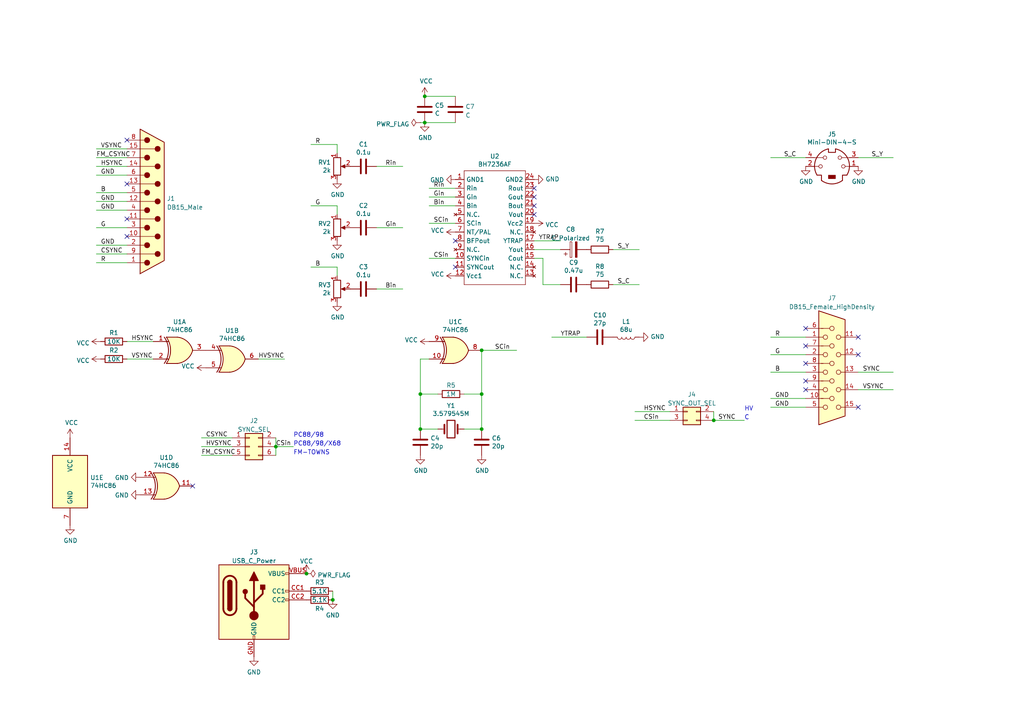
<source format=kicad_sch>
(kicad_sch (version 20211123) (generator eeschema)
  (paper "A4")
  (lib_symbols
    (symbol "74xx:74HC86" (pin_names (offset 1.016))
      (property "Reference" "U" (at 0 1.27 0))
      (property "Value" "74HC86" (at 0 -1.27 0))
      (symbol "74HC86_1_0"
        (arc (start -4.4196 -3.81) (mid -3.2033 0) (end -4.4196 3.81) (stroke (width 0.254)))
        (arc (start -3.81 -3.81) (mid -2.589 0) (end -3.81 3.81) (stroke (width 0.254)))
        (arc (start -0.6096 -3.81) (mid 2.1842 -2.5851) (end 3.81 0) (stroke (width 0.254)) (fill (type background)))
        (polyline (pts (xy -3.81 -3.81) (xy -0.635 -3.81)) (stroke (width 0.254)) (fill (type background)))
        (polyline (pts (xy -3.81 3.81) (xy -0.635 3.81)) (stroke (width 0.254)) (fill (type background)))
        (polyline (pts (xy -0.635 3.81) (xy -3.81 3.81) (xy -3.81 3.81) (xy -3.556 3.4036) (xy -3.0226 2.2606) (xy -2.6924 1.0414) (xy -2.6162 -0.254) (xy -2.7686 -1.4986) (xy -3.175 -2.7178) (xy -3.81 -3.81) (xy -3.81 -3.81) (xy -0.635 -3.81)) (stroke (width -25.4)) (fill (type background)))
        (arc (start 3.81 0) (mid 2.1915 2.5936) (end -0.6096 3.81) (stroke (width 0.254)) (fill (type background)))
        (pin input line (at -7.62 2.54 0) (length 4.445) (name "~") (number "1"))
        (pin input line (at -7.62 -2.54 0) (length 4.445) (name "~") (number "2"))
        (pin output line (at 7.62 0 180) (length 3.81) (name "~") (number "3"))
      )
      (symbol "74HC86_1_1"
        (polyline (pts (xy -3.81 -2.54) (xy -3.175 -2.54)) (stroke (width 0.1524)))
        (polyline (pts (xy -3.81 2.54) (xy -3.175 2.54)) (stroke (width 0.1524)))
      )
      (symbol "74HC86_2_0"
        (arc (start -4.4196 -3.81) (mid -3.2033 0) (end -4.4196 3.81) (stroke (width 0.254)))
        (arc (start -3.81 -3.81) (mid -2.589 0) (end -3.81 3.81) (stroke (width 0.254)))
        (arc (start -0.6096 -3.81) (mid 2.1842 -2.5851) (end 3.81 0) (stroke (width 0.254)) (fill (type background)))
        (polyline (pts (xy -3.81 -3.81) (xy -0.635 -3.81)) (stroke (width 0.254)) (fill (type background)))
        (polyline (pts (xy -3.81 3.81) (xy -0.635 3.81)) (stroke (width 0.254)) (fill (type background)))
        (polyline (pts (xy -0.635 3.81) (xy -3.81 3.81) (xy -3.81 3.81) (xy -3.556 3.4036) (xy -3.0226 2.2606) (xy -2.6924 1.0414) (xy -2.6162 -0.254) (xy -2.7686 -1.4986) (xy -3.175 -2.7178) (xy -3.81 -3.81) (xy -3.81 -3.81) (xy -0.635 -3.81)) (stroke (width -25.4)) (fill (type background)))
        (arc (start 3.81 0) (mid 2.1915 2.5936) (end -0.6096 3.81) (stroke (width 0.254)) (fill (type background)))
        (pin input line (at -7.62 2.54 0) (length 4.445) (name "~") (number "4"))
        (pin input line (at -7.62 -2.54 0) (length 4.445) (name "~") (number "5"))
        (pin output line (at 7.62 0 180) (length 3.81) (name "~") (number "6"))
      )
      (symbol "74HC86_2_1"
        (polyline (pts (xy -3.81 -2.54) (xy -3.175 -2.54)) (stroke (width 0.1524)))
        (polyline (pts (xy -3.81 2.54) (xy -3.175 2.54)) (stroke (width 0.1524)))
      )
      (symbol "74HC86_3_0"
        (arc (start -4.4196 -3.81) (mid -3.2033 0) (end -4.4196 3.81) (stroke (width 0.254)))
        (arc (start -3.81 -3.81) (mid -2.589 0) (end -3.81 3.81) (stroke (width 0.254)))
        (arc (start -0.6096 -3.81) (mid 2.1842 -2.5851) (end 3.81 0) (stroke (width 0.254)) (fill (type background)))
        (polyline (pts (xy -3.81 -3.81) (xy -0.635 -3.81)) (stroke (width 0.254)) (fill (type background)))
        (polyline (pts (xy -3.81 3.81) (xy -0.635 3.81)) (stroke (width 0.254)) (fill (type background)))
        (polyline (pts (xy -0.635 3.81) (xy -3.81 3.81) (xy -3.81 3.81) (xy -3.556 3.4036) (xy -3.0226 2.2606) (xy -2.6924 1.0414) (xy -2.6162 -0.254) (xy -2.7686 -1.4986) (xy -3.175 -2.7178) (xy -3.81 -3.81) (xy -3.81 -3.81) (xy -0.635 -3.81)) (stroke (width -25.4)) (fill (type background)))
        (arc (start 3.81 0) (mid 2.1915 2.5936) (end -0.6096 3.81) (stroke (width 0.254)) (fill (type background)))
        (pin input line (at -7.62 -2.54 0) (length 4.445) (name "~") (number "10"))
        (pin output line (at 7.62 0 180) (length 3.81) (name "~") (number "8"))
        (pin input line (at -7.62 2.54 0) (length 4.445) (name "~") (number "9"))
      )
      (symbol "74HC86_3_1"
        (polyline (pts (xy -3.81 -2.54) (xy -3.175 -2.54)) (stroke (width 0.1524)))
        (polyline (pts (xy -3.81 2.54) (xy -3.175 2.54)) (stroke (width 0.1524)))
      )
      (symbol "74HC86_4_0"
        (arc (start -4.4196 -3.81) (mid -3.2033 0) (end -4.4196 3.81) (stroke (width 0.254)))
        (arc (start -3.81 -3.81) (mid -2.589 0) (end -3.81 3.81) (stroke (width 0.254)))
        (arc (start -0.6096 -3.81) (mid 2.1842 -2.5851) (end 3.81 0) (stroke (width 0.254)) (fill (type background)))
        (polyline (pts (xy -3.81 -3.81) (xy -0.635 -3.81)) (stroke (width 0.254)) (fill (type background)))
        (polyline (pts (xy -3.81 3.81) (xy -0.635 3.81)) (stroke (width 0.254)) (fill (type background)))
        (polyline (pts (xy -0.635 3.81) (xy -3.81 3.81) (xy -3.81 3.81) (xy -3.556 3.4036) (xy -3.0226 2.2606) (xy -2.6924 1.0414) (xy -2.6162 -0.254) (xy -2.7686 -1.4986) (xy -3.175 -2.7178) (xy -3.81 -3.81) (xy -3.81 -3.81) (xy -0.635 -3.81)) (stroke (width -25.4)) (fill (type background)))
        (arc (start 3.81 0) (mid 2.1915 2.5936) (end -0.6096 3.81) (stroke (width 0.254)) (fill (type background)))
        (pin output line (at 7.62 0 180) (length 3.81) (name "~") (number "11"))
        (pin input line (at -7.62 2.54 0) (length 4.445) (name "~") (number "12"))
        (pin input line (at -7.62 -2.54 0) (length 4.445) (name "~") (number "13"))
      )
      (symbol "74HC86_4_1"
        (polyline (pts (xy -3.81 -2.54) (xy -3.175 -2.54)) (stroke (width 0.1524)))
        (polyline (pts (xy -3.81 2.54) (xy -3.175 2.54)) (stroke (width 0.1524)))
      )
      (symbol "74HC86_5_0"
        (pin power_in line (at 0 12.7 270) (length 5.08) (name "VCC") (number "14"))
        (pin power_in line (at 0 -12.7 90) (length 5.08) (name "GND") (number "7"))
      )
      (symbol "74HC86_5_1"
        (rectangle (start -5.08 7.62) (end 5.08 -7.62) (stroke (width 0.254)) (fill (type background)))
      )
    )
    (symbol "Connector:DB15_Female_HighDensity" (pin_names (offset 1.016) hide)
      (property "Reference" "J" (at 0 21.59 0))
      (property "Value" "DB15_Female_HighDensity" (at 0 19.05 0))
      (symbol "DB15_Female_HighDensity_0_1"
        (circle (center -1.905 -10.16) (radius 0.635))
        (circle (center -1.905 -5.08) (radius 0.635))
        (circle (center -1.905 0) (radius 0.635))
        (circle (center -1.905 5.08) (radius 0.635))
        (circle (center -1.905 10.16) (radius 0.635))
        (circle (center 0 -7.62) (radius 0.635))
        (circle (center 0 -2.54) (radius 0.635))
        (polyline (pts (xy -3.175 7.62) (xy -0.635 7.62)))
        (polyline (pts (xy -0.635 -7.62) (xy -3.175 -7.62)))
        (polyline (pts (xy -0.635 -2.54) (xy -3.175 -2.54)))
        (polyline (pts (xy -0.635 2.54) (xy -3.175 2.54)))
        (polyline (pts (xy -0.635 12.7) (xy -3.175 12.7)))
        (polyline (pts (xy -3.81 17.78) (xy -3.81 -15.24) (xy 3.81 -12.7) (xy 3.81 15.24) (xy -3.81 17.78)) (stroke (width 0.254)) (fill (type background)))
        (circle (center 0 2.54) (radius 0.635))
        (circle (center 0 7.62) (radius 0.635))
        (circle (center 0 12.7) (radius 0.635))
        (circle (center 1.905 -10.16) (radius 0.635))
        (circle (center 1.905 -5.08) (radius 0.635))
        (circle (center 1.905 0) (radius 0.635))
        (circle (center 1.905 5.08) (radius 0.635))
        (circle (center 1.905 10.16) (radius 0.635))
      )
      (symbol "DB15_Female_HighDensity_1_1"
        (pin passive line (at -7.62 10.16 0) (length 5.08) (name "~") (number "1"))
        (pin passive line (at -7.62 -7.62 0) (length 5.08) (name "~") (number "10"))
        (pin passive line (at 7.62 10.16 180) (length 5.08) (name "~") (number "11"))
        (pin passive line (at 7.62 5.08 180) (length 5.08) (name "~") (number "12"))
        (pin passive line (at 7.62 0 180) (length 5.08) (name "~") (number "13"))
        (pin passive line (at 7.62 -5.08 180) (length 5.08) (name "~") (number "14"))
        (pin passive line (at 7.62 -10.16 180) (length 5.08) (name "~") (number "15"))
        (pin passive line (at -7.62 5.08 0) (length 5.08) (name "~") (number "2"))
        (pin passive line (at -7.62 0 0) (length 5.08) (name "~") (number "3"))
        (pin passive line (at -7.62 -5.08 0) (length 5.08) (name "~") (number "4"))
        (pin passive line (at -7.62 -10.16 0) (length 5.08) (name "~") (number "5"))
        (pin passive line (at -7.62 12.7 0) (length 5.08) (name "~") (number "6"))
        (pin passive line (at -7.62 7.62 0) (length 5.08) (name "~") (number "7"))
        (pin passive line (at -7.62 2.54 0) (length 5.08) (name "~") (number "8"))
        (pin passive line (at -7.62 -2.54 0) (length 5.08) (name "~") (number "9"))
      )
    )
    (symbol "Connector:DB15_Male" (pin_names (offset 1.016) hide)
      (property "Reference" "J" (at 0.508 21.59 0))
      (property "Value" "DB15_Male" (at 0 -22.225 0))
      (symbol "DB15_Male_0_1"
        (circle (center -1.778 -17.78) (radius 0.762) (fill (type outline)))
        (circle (center -1.778 -12.7) (radius 0.762) (fill (type outline)))
        (circle (center -1.778 -7.62) (radius 0.762) (fill (type outline)))
        (circle (center -1.778 -2.54) (radius 0.762) (fill (type outline)))
        (circle (center -1.778 2.54) (radius 0.762) (fill (type outline)))
        (circle (center -1.778 7.62) (radius 0.762) (fill (type outline)))
        (circle (center -1.778 12.7) (radius 0.762) (fill (type outline)))
        (circle (center -1.778 17.78) (radius 0.762) (fill (type outline)))
        (polyline (pts (xy -3.81 -17.78) (xy -2.54 -17.78)))
        (polyline (pts (xy -3.81 -15.24) (xy 0.508 -15.24)))
        (polyline (pts (xy -3.81 -12.7) (xy -2.54 -12.7)))
        (polyline (pts (xy -3.81 -10.16) (xy 0.508 -10.16)))
        (polyline (pts (xy -3.81 -7.62) (xy -2.54 -7.62)))
        (polyline (pts (xy -3.81 -5.08) (xy 0.508 -5.08)))
        (polyline (pts (xy -3.81 -2.54) (xy -2.54 -2.54)))
        (polyline (pts (xy -3.81 0) (xy 0.508 0)))
        (polyline (pts (xy -3.81 2.54) (xy -2.54 2.54)))
        (polyline (pts (xy -3.81 5.08) (xy 0.508 5.08)))
        (polyline (pts (xy -3.81 7.62) (xy -2.54 7.62)))
        (polyline (pts (xy -3.81 10.16) (xy 0.508 10.16)))
        (polyline (pts (xy -3.81 12.7) (xy -2.54 12.7)))
        (polyline (pts (xy -3.81 15.24) (xy 0.508 15.24)))
        (polyline (pts (xy -3.81 17.78) (xy -2.54 17.78)))
        (polyline (pts (xy -3.81 -20.955) (xy 3.175 -17.145) (xy 3.175 17.145) (xy -3.81 20.955) (xy -3.81 -20.955)) (stroke (width 0.254)) (fill (type background)))
        (circle (center 1.27 -15.24) (radius 0.762) (fill (type outline)))
        (circle (center 1.27 -10.16) (radius 0.762) (fill (type outline)))
        (circle (center 1.27 -5.08) (radius 0.762) (fill (type outline)))
        (circle (center 1.27 0) (radius 0.762) (fill (type outline)))
        (circle (center 1.27 5.08) (radius 0.762) (fill (type outline)))
        (circle (center 1.27 10.16) (radius 0.762) (fill (type outline)))
        (circle (center 1.27 15.24) (radius 0.762) (fill (type outline)))
      )
      (symbol "DB15_Male_1_1"
        (pin passive line (at -7.62 -17.78 0) (length 3.81) (name "1") (number "1"))
        (pin passive line (at -7.62 -10.16 0) (length 3.81) (name "P10") (number "10"))
        (pin passive line (at -7.62 -5.08 0) (length 3.81) (name "P111") (number "11"))
        (pin passive line (at -7.62 0 0) (length 3.81) (name "P12") (number "12"))
        (pin passive line (at -7.62 5.08 0) (length 3.81) (name "P13") (number "13"))
        (pin passive line (at -7.62 10.16 0) (length 3.81) (name "P14") (number "14"))
        (pin passive line (at -7.62 15.24 0) (length 3.81) (name "P15") (number "15"))
        (pin passive line (at -7.62 -12.7 0) (length 3.81) (name "2") (number "2"))
        (pin passive line (at -7.62 -7.62 0) (length 3.81) (name "3") (number "3"))
        (pin passive line (at -7.62 -2.54 0) (length 3.81) (name "4") (number "4"))
        (pin passive line (at -7.62 2.54 0) (length 3.81) (name "5") (number "5"))
        (pin passive line (at -7.62 7.62 0) (length 3.81) (name "6") (number "6"))
        (pin passive line (at -7.62 12.7 0) (length 3.81) (name "7") (number "7"))
        (pin passive line (at -7.62 17.78 0) (length 3.81) (name "8") (number "8"))
        (pin passive line (at -7.62 -15.24 0) (length 3.81) (name "P9") (number "9"))
      )
    )
    (symbol "Connector:Mini-DIN-4" (pin_names (offset 1.016))
      (property "Reference" "J" (at 0 6.35 0))
      (property "Value" "Mini-DIN-4" (at 0 -6.35 0))
      (symbol "Mini-DIN-4_0_1"
        (circle (center -3.302 0) (radius 0.508))
        (arc (start -3.048 -4.064) (mid 0 -5.08) (end 3.048 -4.064) (stroke (width 0.254)))
        (circle (center -2.032 2.54) (radius 0.508))
        (rectangle (start -1.016 -2.54) (end 1.016 -3.556) (fill (type outline)))
        (arc (start -1.016 5.08) (mid -4.6228 2.1214) (end -4.318 -2.54) (stroke (width 0.254)))
        (polyline (pts (xy -3.81 0) (xy -5.08 0)))
        (polyline (pts (xy -2.54 2.54) (xy -5.08 2.54)))
        (polyline (pts (xy 2.794 2.54) (xy 5.08 2.54)))
        (polyline (pts (xy 5.08 0) (xy 3.81 0)))
        (polyline (pts (xy -4.318 -2.54) (xy -3.048 -2.54) (xy -3.048 -4.064)) (stroke (width 0.254)))
        (polyline (pts (xy 4.318 -2.54) (xy 3.048 -2.54) (xy 3.048 -4.064)) (stroke (width 0.254)))
        (polyline (pts (xy -1.016 5.08) (xy -1.016 4.064) (xy 1.016 4.064) (xy 1.016 5.08)) (stroke (width 0.254)))
        (circle (center 2.286 2.54) (radius 0.508))
        (circle (center 3.302 0) (radius 0.508))
        (arc (start 4.318 -2.54) (mid 4.6661 2.1322) (end 1.016 5.08) (stroke (width 0.254)))
      )
      (symbol "Mini-DIN-4_1_1"
        (pin passive line (at 7.62 0 180) (length 2.54) (name "~") (number "1"))
        (pin passive line (at -7.62 0 0) (length 2.54) (name "~") (number "2"))
        (pin passive line (at 7.62 2.54 180) (length 2.54) (name "~") (number "3"))
        (pin passive line (at -7.62 2.54 0) (length 2.54) (name "~") (number "4"))
      )
    )
    (symbol "Connector_Generic:Conn_02x02_Odd_Even" (pin_names (offset 1.016) hide)
      (property "Reference" "J" (at 1.27 2.54 0))
      (property "Value" "Conn_02x02_Odd_Even" (at 1.27 -5.08 0))
      (symbol "Conn_02x02_Odd_Even_1_1"
        (rectangle (start -1.27 -2.413) (end 0 -2.667) (stroke (width 0.1524)))
        (rectangle (start -1.27 0.127) (end 0 -0.127) (stroke (width 0.1524)))
        (rectangle (start -1.27 1.27) (end 3.81 -3.81) (stroke (width 0.254)) (fill (type background)))
        (rectangle (start 3.81 -2.413) (end 2.54 -2.667) (stroke (width 0.1524)))
        (rectangle (start 3.81 0.127) (end 2.54 -0.127) (stroke (width 0.1524)))
        (pin passive line (at -5.08 0 0) (length 3.81) (name "Pin_1") (number "1"))
        (pin passive line (at 7.62 0 180) (length 3.81) (name "Pin_2") (number "2"))
        (pin passive line (at -5.08 -2.54 0) (length 3.81) (name "Pin_3") (number "3"))
        (pin passive line (at 7.62 -2.54 180) (length 3.81) (name "Pin_4") (number "4"))
      )
    )
    (symbol "Connector_Generic:Conn_02x03_Odd_Even" (pin_names (offset 1.016) hide)
      (property "Reference" "J" (at 1.27 5.08 0))
      (property "Value" "Conn_02x03_Odd_Even" (at 1.27 -5.08 0))
      (symbol "Conn_02x03_Odd_Even_1_1"
        (rectangle (start -1.27 -2.413) (end 0 -2.667) (stroke (width 0.1524)))
        (rectangle (start -1.27 0.127) (end 0 -0.127) (stroke (width 0.1524)))
        (rectangle (start -1.27 2.667) (end 0 2.413) (stroke (width 0.1524)))
        (rectangle (start -1.27 3.81) (end 3.81 -3.81) (stroke (width 0.254)) (fill (type background)))
        (rectangle (start 3.81 -2.413) (end 2.54 -2.667) (stroke (width 0.1524)))
        (rectangle (start 3.81 0.127) (end 2.54 -0.127) (stroke (width 0.1524)))
        (rectangle (start 3.81 2.667) (end 2.54 2.413) (stroke (width 0.1524)))
        (pin passive line (at -5.08 2.54 0) (length 3.81) (name "Pin_1") (number "1"))
        (pin passive line (at 7.62 2.54 180) (length 3.81) (name "Pin_2") (number "2"))
        (pin passive line (at -5.08 0 0) (length 3.81) (name "Pin_3") (number "3"))
        (pin passive line (at 7.62 0 180) (length 3.81) (name "Pin_4") (number "4"))
        (pin passive line (at -5.08 -2.54 0) (length 3.81) (name "Pin_5") (number "5"))
        (pin passive line (at 7.62 -2.54 180) (length 3.81) (name "Pin_6") (number "6"))
      )
    )
    (symbol "Device:C" (pin_numbers hide) (pin_names (offset 0.254))
      (property "Reference" "C" (at 0.635 2.54 0))
      (property "Value" "C" (at 0.635 -2.54 0))
      (symbol "C_0_1"
        (polyline (pts (xy -2.032 -0.762) (xy 2.032 -0.762)) (stroke (width 0.508)))
        (polyline (pts (xy -2.032 0.762) (xy 2.032 0.762)) (stroke (width 0.508)))
      )
      (symbol "C_1_1"
        (pin passive line (at 0 3.81 270) (length 2.794) (name "~") (number "1"))
        (pin passive line (at 0 -3.81 90) (length 2.794) (name "~") (number "2"))
      )
    )
    (symbol "Device:C_Polarized" (pin_numbers hide) (pin_names (offset 0.254))
      (property "Reference" "C" (at 0.635 2.54 0))
      (property "Value" "C_Polarized" (at 0.635 -2.54 0))
      (symbol "C_Polarized_0_1"
        (rectangle (start -2.286 0.508) (end 2.286 1.016))
        (polyline (pts (xy -1.778 2.286) (xy -0.762 2.286)))
        (polyline (pts (xy -1.27 2.794) (xy -1.27 1.778)))
        (rectangle (start 2.286 -0.508) (end -2.286 -1.016) (fill (type outline)))
      )
      (symbol "C_Polarized_1_1"
        (pin passive line (at 0 3.81 270) (length 2.794) (name "~") (number "1"))
        (pin passive line (at 0 -3.81 90) (length 2.794) (name "~") (number "2"))
      )
    )
    (symbol "Device:Crystal" (pin_numbers hide) (pin_names (offset 1.016) hide)
      (property "Reference" "Y" (at 0 3.81 0))
      (property "Value" "Crystal" (at 0 -3.81 0))
      (symbol "Crystal_0_1"
        (rectangle (start -1.143 2.54) (end 1.143 -2.54) (stroke (width 0.3048)))
        (polyline (pts (xy -2.54 0) (xy -1.905 0)))
        (polyline (pts (xy -1.905 -1.27) (xy -1.905 1.27)) (stroke (width 0.508)))
        (polyline (pts (xy 1.905 -1.27) (xy 1.905 1.27)) (stroke (width 0.508)))
        (polyline (pts (xy 2.54 0) (xy 1.905 0)))
      )
      (symbol "Crystal_1_1"
        (pin passive line (at -3.81 0 0) (length 1.27) (name "1") (number "1"))
        (pin passive line (at 3.81 0 180) (length 1.27) (name "2") (number "2"))
      )
    )
    (symbol "Device:L" (pin_numbers hide) (pin_names (offset 1.016) hide)
      (property "Reference" "L" (at -1.27 0 90))
      (property "Value" "L" (at 1.905 0 90))
      (symbol "L_0_1"
        (arc (start 0 -2.54) (mid 0.635 -1.905) (end 0 -1.27))
        (arc (start 0 -1.27) (mid 0.635 -0.635) (end 0 0))
        (arc (start 0 0) (mid 0.635 0.635) (end 0 1.27))
        (arc (start 0 1.27) (mid 0.635 1.905) (end 0 2.54))
      )
      (symbol "L_1_1"
        (pin passive line (at 0 3.81 270) (length 1.27) (name "1") (number "1"))
        (pin passive line (at 0 -3.81 90) (length 1.27) (name "2") (number "2"))
      )
    )
    (symbol "Device:R" (pin_numbers hide) (pin_names (offset 0))
      (property "Reference" "R" (at 2.032 0 90))
      (property "Value" "R" (at 0 0 90))
      (symbol "R_0_1"
        (rectangle (start -1.016 -2.54) (end 1.016 2.54) (stroke (width 0.254)))
      )
      (symbol "R_1_1"
        (pin passive line (at 0 3.81 270) (length 1.27) (name "~") (number "1"))
        (pin passive line (at 0 -3.81 90) (length 1.27) (name "~") (number "2"))
      )
    )
    (symbol "Device:R_Potentiometer" (pin_names (offset 1.016) hide)
      (property "Reference" "RV" (at -4.445 0 90))
      (property "Value" "R_Potentiometer" (at -2.54 0 90))
      (symbol "R_Potentiometer_0_1"
        (polyline (pts (xy 2.54 0) (xy 1.524 0)))
        (polyline (pts (xy 1.143 0) (xy 2.286 0.508) (xy 2.286 -0.508) (xy 1.143 0)) (fill (type outline)))
        (rectangle (start 1.016 2.54) (end -1.016 -2.54) (stroke (width 0.254)))
      )
      (symbol "R_Potentiometer_1_1"
        (pin passive line (at 0 3.81 270) (length 1.27) (name "1") (number "1"))
        (pin passive line (at 3.81 0 180) (length 1.27) (name "2") (number "2"))
        (pin passive line (at 0 -3.81 90) (length 1.27) (name "3") (number "3"))
      )
    )
    (symbol "power:GND" (power) (pin_names (offset 0))
      (property "Value" "GND" (at 0 -3.81 0))
      (symbol "GND_0_1"
        (polyline (pts (xy 0 0) (xy 0 -1.27) (xy 1.27 -1.27) (xy 0 -2.54) (xy -1.27 -1.27) (xy 0 -1.27)))
      )
      (symbol "GND_1_1"
        (pin power_in line (at 0 0 270) (length 0) hide (name "GND") (number "1"))
      )
    )
    (symbol "power:PWR_FLAG" (power) (pin_numbers hide) (pin_names (offset 0) hide)
      (property "Value" "PWR_FLAG" (at 0 3.81 0))
      (symbol "PWR_FLAG_0_0"
        (pin power_out line (at 0 0 90) (length 0) (name "pwr") (number "1"))
      )
      (symbol "PWR_FLAG_0_1"
        (polyline (pts (xy 0 0) (xy 0 1.27) (xy -1.016 1.905) (xy 0 2.54) (xy 1.016 1.905) (xy 0 1.27)))
      )
    )
    (symbol "power:VCC" (power) (pin_names (offset 0))
      (property "Value" "VCC" (at 0 3.81 0))
      (symbol "VCC_0_1"
        (polyline (pts (xy -0.762 1.27) (xy 0 2.54)))
        (polyline (pts (xy 0 0) (xy 0 2.54)))
        (polyline (pts (xy 0 2.54) (xy 0.762 1.27)))
      )
      (symbol "VCC_1_1"
        (pin power_in line (at 0 0 90) (length 0) hide (name "VCC") (number "1"))
      )
    )
    (symbol "toyoshim:BH7236AF" (pin_names (offset 0.6096))
      (property "Reference" "U" (at 0 -19.05 0))
      (property "Value" "BH7236AF" (at 0 -21.59 0))
      (symbol "BH7236AF_0_1"
        (rectangle (start -8.89 -17.78) (end 8.89 -17.78))
        (rectangle (start -8.89 15.24) (end -8.89 -17.78))
        (rectangle (start -8.89 15.24) (end 8.89 15.24))
        (rectangle (start 8.89 15.24) (end 8.89 -17.78))
      )
      (symbol "BH7236AF_1_1"
        (pin power_in line (at -11.43 12.7 0) (length 2.54) (name "GND1") (number "1"))
        (pin input line (at -11.43 -10.16 0) (length 2.54) (name "SYNCin") (number "10"))
        (pin input line (at -11.43 -12.7 0) (length 2.54) (name "SYNCout") (number "11"))
        (pin power_in line (at -11.43 -15.24 0) (length 2.54) (name "Vcc1") (number "12"))
        (pin no_connect line (at 11.43 -15.24 180) (length 2.54) (name "N.C.") (number "13"))
        (pin no_connect line (at 11.43 -12.7 180) (length 2.54) (name "N.C.") (number "14"))
        (pin output line (at 11.43 -10.16 180) (length 2.54) (name "Cout") (number "15"))
        (pin output line (at 11.43 -7.62 180) (length 2.54) (name "Yout") (number "16"))
        (pin passive line (at 11.43 -5.08 180) (length 2.54) (name "YTRAP") (number "17"))
        (pin no_connect line (at 11.43 -2.54 180) (length 2.54) (name "N.C.") (number "18"))
        (pin power_in line (at 11.43 0 180) (length 2.54) (name "Vcc2") (number "19"))
        (pin input line (at -11.43 10.16 0) (length 2.54) (name "Rin") (number "2"))
        (pin output line (at 11.43 2.54 180) (length 2.54) (name "Vout") (number "20"))
        (pin output line (at 11.43 5.08 180) (length 2.54) (name "Bout") (number "21"))
        (pin output line (at 11.43 7.62 180) (length 2.54) (name "Gout") (number "22"))
        (pin output line (at 11.43 10.16 180) (length 2.54) (name "Rout") (number "23"))
        (pin power_in line (at 11.43 12.7 180) (length 2.54) (name "GND2") (number "24"))
        (pin input line (at -11.43 7.62 0) (length 2.54) (name "Gin") (number "3"))
        (pin input line (at -11.43 5.08 0) (length 2.54) (name "Bin") (number "4"))
        (pin no_connect line (at -11.43 2.54 0) (length 2.54) (name "N.C.") (number "5"))
        (pin input line (at -11.43 0 0) (length 2.54) (name "SCin") (number "6"))
        (pin input line (at -11.43 -2.54 0) (length 2.54) (name "NT/PAL") (number "7"))
        (pin output line (at -11.43 -5.08 0) (length 2.54) (name "BFPout") (number "8"))
        (pin no_connect line (at -11.43 -7.62 0) (length 2.54) (name "N.C.") (number "9"))
      )
    )
    (symbol "toyoshim:USB_C_Power_USB4125-GF-A" (pin_names (offset 1.016))
      (property "Reference" "J" (at -1.27 21.59 0))
      (property "Value" "USB_C_Power_USB4125-GF-A" (at 13.97 19.05 0))
      (symbol "USB_C_Power_USB4125-GF-A_0_0"
        (rectangle (start -0.254 -3.81) (end 0.254 -2.794))
        (rectangle (start 10.16 7.874) (end 9.144 7.366))
        (rectangle (start 10.16 10.414) (end 9.144 9.906))
        (rectangle (start 10.16 15.494) (end 9.144 14.986))
      )
      (symbol "USB_C_Power_USB4125-GF-A_0_1"
        (rectangle (start -10.16 17.78) (end 10.16 -3.81) (stroke (width 0.254)) (fill (type background)))
        (arc (start -8.89 5.08) (mid -6.985 3.175) (end -5.08 5.08) (stroke (width 0.508)))
        (arc (start -7.62 5.08) (mid -6.985 4.445) (end -6.35 5.08) (stroke (width 0.254)))
        (arc (start -7.62 5.08) (mid -6.985 4.445) (end -6.35 5.08) (stroke (width 0.254)) (fill (type outline)))
        (rectangle (start -7.62 5.08) (end -6.35 12.7) (stroke (width 0.254)) (fill (type outline)))
        (arc (start -6.35 12.7) (mid -6.985 13.335) (end -7.62 12.7) (stroke (width 0.254)))
        (arc (start -6.35 12.7) (mid -6.985 13.335) (end -7.62 12.7) (stroke (width 0.254)) (fill (type outline)))
        (arc (start -5.08 12.7) (mid -6.985 14.605) (end -8.89 12.7) (stroke (width 0.508)))
        (circle (center -2.54 10.033) (radius 0.635) (stroke (width 0.254)) (fill (type outline)))
        (polyline (pts (xy -8.89 5.08) (xy -8.89 12.7)) (stroke (width 0.508)))
        (polyline (pts (xy -5.08 12.7) (xy -5.08 5.08)) (stroke (width 0.508)))
        (polyline (pts (xy 0 3.048) (xy 0 13.208)) (stroke (width 0.508)))
        (polyline (pts (xy 0 5.588) (xy -2.54 8.128) (xy -2.54 9.398)) (stroke (width 0.508)))
        (polyline (pts (xy 0 6.858) (xy 2.54 9.398) (xy 2.54 10.668)) (stroke (width 0.508)))
        (polyline (pts (xy -1.27 13.208) (xy 0 15.748) (xy 1.27 13.208) (xy -1.27 13.208)) (stroke (width 0.254)) (fill (type outline)))
        (circle (center 0 3.048) (radius 1.27) (fill (type outline)))
        (rectangle (start 1.905 10.668) (end 3.175 11.938) (stroke (width 0.254)) (fill (type outline)))
      )
      (symbol "USB_C_Power_USB4125-GF-A_1_1"
        (pin bidirectional line (at 15.24 10.16 180) (length 5.08) (name "CC1") (number "CC1"))
        (pin bidirectional line (at 15.24 7.62 180) (length 5.08) (name "CC2") (number "CC2"))
        (pin passive line (at 0 -8.89 90) (length 5.08) (name "GND") (number "GND"))
        (pin passive line (at 0 -8.89 90) (length 5.08) hide (name "GND") (number "GND"))
        (pin passive line (at 15.24 15.24 180) (length 5.08) (name "VBUS") (number "VBUS"))
        (pin passive line (at 15.24 15.24 180) (length 5.08) hide (name "VBUS") (number "VBUS"))
      )
    )
  )
  (junction (at 139.7 114.3))
  (junction (at 207.01 121.92))
  (junction (at 121.92 124.46))
  (junction (at 96.52 173.99))
  (junction (at 80.01 129.54))
  (junction (at 123.19 27.94))
  (junction (at 139.7 101.6))
  (junction (at 121.92 114.3))
  (junction (at 123.19 35.56))
  (junction (at 88.9 166.37))
  (junction (at 139.7 124.46))
  (no_connect (at 132.08 77.47))
  (no_connect (at 55.88 140.97))
  (no_connect (at 132.08 69.85))
  (no_connect (at 154.94 54.61))
  (no_connect (at 154.94 57.15))
  (no_connect (at 233.68 113.03))
  (no_connect (at 154.94 59.69))
  (no_connect (at 154.94 62.23))
  (no_connect (at 248.92 97.79))
  (no_connect (at 248.92 102.87))
  (no_connect (at 248.92 118.11))
  (no_connect (at 233.68 95.25))
  (no_connect (at 233.68 100.33))
  (no_connect (at 233.68 105.41))
  (no_connect (at 233.68 110.49))
  (no_connect (at 36.83 40.64))
  (no_connect (at 36.83 53.34))
  (no_connect (at 36.83 63.5))
  (no_connect (at 36.83 68.58))
  (wire (pts (xy 139.7 101.6) (xy 149.86 101.6)))
  (wire (pts (xy 58.42 129.54) (xy 67.31 129.54)))
  (wire (pts (xy 157.48 74.93) (xy 157.48 82.55)))
  (wire (pts (xy 248.92 45.72) (xy 259.08 45.72)))
  (wire (pts (xy 248.92 107.95) (xy 259.08 107.95)))
  (wire (pts (xy 207.01 121.92) (xy 215.9 121.92)))
  (wire (pts (xy 132.08 64.77) (xy 124.46 64.77)))
  (wire (pts (xy 223.52 107.95) (xy 233.68 107.95)))
  (wire (pts (xy 27.94 43.18) (xy 36.83 43.18)))
  (wire (pts (xy 223.52 118.11) (xy 233.68 118.11)))
  (wire (pts (xy 121.92 124.46) (xy 127 124.46)))
  (wire (pts (xy 139.7 101.6) (xy 139.7 114.3)))
  (wire (pts (xy 80.01 127) (xy 80.01 129.54)))
  (wire (pts (xy 27.94 58.42) (xy 36.83 58.42)))
  (wire (pts (xy 27.94 50.8) (xy 36.83 50.8)))
  (wire (pts (xy 154.94 74.93) (xy 157.48 74.93)))
  (wire (pts (xy 97.79 41.91) (xy 97.79 44.45)))
  (wire (pts (xy 134.62 114.3) (xy 139.7 114.3)))
  (wire (pts (xy 58.42 127) (xy 67.31 127)))
  (wire (pts (xy 121.92 114.3) (xy 121.92 124.46)))
  (wire (pts (xy 27.94 66.04) (xy 36.83 66.04)))
  (wire (pts (xy 132.08 57.15) (xy 124.46 57.15)))
  (wire (pts (xy 132.08 59.69) (xy 124.46 59.69)))
  (wire (pts (xy 97.79 77.47) (xy 90.17 77.47)))
  (wire (pts (xy 124.46 104.14) (xy 121.92 104.14)))
  (wire (pts (xy 121.92 104.14) (xy 121.92 114.3)))
  (wire (pts (xy 96.52 171.45) (xy 96.52 173.99)))
  (wire (pts (xy 27.94 76.2) (xy 36.83 76.2)))
  (wire (pts (xy 223.52 115.57) (xy 233.68 115.57)))
  (wire (pts (xy 27.94 73.66) (xy 36.83 73.66)))
  (wire (pts (xy 207.01 119.38) (xy 207.01 121.92)))
  (wire (pts (xy 223.52 97.79) (xy 233.68 97.79)))
  (wire (pts (xy 27.94 48.26) (xy 36.83 48.26)))
  (wire (pts (xy 154.94 72.39) (xy 162.56 72.39)))
  (wire (pts (xy 58.42 132.08) (xy 67.31 132.08)))
  (wire (pts (xy 44.45 99.06) (xy 36.83 99.06)))
  (wire (pts (xy 80.01 129.54) (xy 80.01 132.08)))
  (wire (pts (xy 27.94 71.12) (xy 36.83 71.12)))
  (wire (pts (xy 132.08 54.61) (xy 124.46 54.61)))
  (wire (pts (xy 184.15 121.92) (xy 194.31 121.92)))
  (wire (pts (xy 27.94 45.72) (xy 36.83 45.72)))
  (wire (pts (xy 139.7 114.3) (xy 139.7 124.46)))
  (wire (pts (xy 132.08 74.93) (xy 124.46 74.93)))
  (wire (pts (xy 80.01 129.54) (xy 85.09 129.54)))
  (wire (pts (xy 74.93 104.14) (xy 82.55 104.14)))
  (wire (pts (xy 109.22 66.04) (xy 116.84 66.04)))
  (wire (pts (xy 248.92 113.03) (xy 259.08 113.03)))
  (wire (pts (xy 121.92 35.56) (xy 123.19 35.56)))
  (wire (pts (xy 184.15 119.38) (xy 194.31 119.38)))
  (wire (pts (xy 36.83 104.14) (xy 44.45 104.14)))
  (wire (pts (xy 97.79 59.69) (xy 97.79 62.23)))
  (wire (pts (xy 134.62 124.46) (xy 139.7 124.46)))
  (wire (pts (xy 97.79 41.91) (xy 90.17 41.91)))
  (wire (pts (xy 157.48 82.55) (xy 162.56 82.55)))
  (wire (pts (xy 177.8 72.39) (xy 185.42 72.39)))
  (wire (pts (xy 27.94 60.96) (xy 36.83 60.96)))
  (wire (pts (xy 223.52 102.87) (xy 233.68 102.87)))
  (wire (pts (xy 170.18 97.79) (xy 160.02 97.79)))
  (wire (pts (xy 109.22 83.82) (xy 116.84 83.82)))
  (wire (pts (xy 97.79 77.47) (xy 97.79 80.01)))
  (wire (pts (xy 123.19 27.94) (xy 132.08 27.94)))
  (wire (pts (xy 97.79 59.69) (xy 90.17 59.69)))
  (wire (pts (xy 123.19 35.56) (xy 132.08 35.56)))
  (wire (pts (xy 109.22 48.26) (xy 116.84 48.26)))
  (wire (pts (xy 154.94 69.85) (xy 162.56 69.85)))
  (wire (pts (xy 27.94 55.88) (xy 36.83 55.88)))
  (wire (pts (xy 177.8 82.55) (xy 185.42 82.55)))
  (wire (pts (xy 127 114.3) (xy 121.92 114.3)))
  (wire (pts (xy 223.52 45.72) (xy 233.68 45.72)))
  (text "FM-TOWNS" (at 85.09 132.08 0) (effects (font (size 1.27 1.27)) (justify left bottom)))
  (text "C" (at 215.9 121.92 0) (effects (font (size 1.27 1.27)) (justify left bottom)))
  (text "PC88/98" (at 85.09 127 0) (effects (font (size 1.27 1.27)) (justify left bottom)))
  (text "HV" (at 215.9 119.38 0) (effects (font (size 1.27 1.27)) (justify left bottom)))
  (text "PC88/98/X68" (at 85.09 129.54 0) (effects (font (size 1.27 1.27)) (justify left bottom)))
  (label "VSYNC" (at 29.21 43.18 0))
  (label "SCin" (at 125.73 64.77 0))
  (label "Gin" (at 111.76 66.04 0))
  (label "Bin" (at 111.76 83.82 0))
  (label "R" (at 29.21 76.2 0))
  (label "HSYNC" (at 38.1 99.06 0))
  (label "SYNC" (at 208.28 121.92 0))
  (label "CSYNC" (at 29.21 73.66 0))
  (label "R" (at 91.44 41.91 0))
  (label "G" (at 29.21 66.04 0))
  (label "CSin" (at 186.69 121.92 0))
  (label "R" (at 224.79 97.79 0))
  (label "S_Y" (at 179.07 72.39 0))
  (label "GND" (at 29.21 58.42 0))
  (label "S_C" (at 227.33 45.72 0))
  (label "SCin" (at 143.51 101.6 0))
  (label "GND" (at 224.79 118.11 0))
  (label "CSin" (at 125.73 74.93 0))
  (label "CSYNC" (at 59.69 127 0))
  (label "YTRAP" (at 162.56 97.79 0))
  (label "FM_CSYNC" (at 58.42 132.08 0))
  (label "S_C" (at 179.07 82.55 0))
  (label "GND" (at 29.21 50.8 0))
  (label "B" (at 224.79 107.95 0))
  (label "SYNC" (at 250.19 107.95 0))
  (label "Gin" (at 125.73 57.15 0))
  (label "Bin" (at 125.73 59.69 0))
  (label "G" (at 224.79 102.87 0))
  (label "GND" (at 29.21 60.96 0))
  (label "CSin" (at 80.01 129.54 0))
  (label "Rin" (at 125.73 54.61 0))
  (label "GND" (at 29.21 71.12 0))
  (label "G" (at 91.44 59.69 0))
  (label "HSYNC" (at 29.21 48.26 0))
  (label "FM_CSYNC" (at 27.94 45.72 0))
  (label "HSYNC" (at 186.69 119.38 0))
  (label "HVSYNC" (at 59.69 129.54 0))
  (label "VSYNC" (at 250.19 113.03 0))
  (label "VSYNC" (at 38.1 104.14 0))
  (label "HVSYNC" (at 74.93 104.14 0))
  (label "YTRAP" (at 156.21 69.85 0))
  (label "B" (at 91.44 77.47 0))
  (label "B" (at 29.21 55.88 0))
  (label "Rin" (at 111.76 48.26 0))
  (label "S_Y" (at 252.73 45.72 0))
  (label "GND" (at 224.79 115.57 0))
  (symbol (lib_id "toyoshim:BH7236AF") (at 143.51 64.77 0) (unit 1)
    (property "Reference" "U2" (at 143.51 45.339 0))
    (property "Value" "BH7236AF" (at 143.51 47.6504 0))
    (property "Footprint" "toyoshim:SOIC-24_4.4x15.4mm_P1.27mm" (effects hide))
  )
  (symbol (lib_id "Device:R_Potentiometer") (at 97.79 48.26 0) (unit 1)
    (property "Reference" "RV1" (at 96.012 47.0916 0) (effects (justify right)))
    (property "Value" "2k" (at 96.012 49.403 0) (effects (justify right)))
    (property "Footprint" "toyoshim:RV-RM-065" (effects hide))
  )
  (symbol (lib_id "power:GND") (at 97.79 52.07 0) (unit 1)
    (property "Reference" "#PWR011" (effects hide))
    (property "Value" "GND" (at 97.917 56.4642 0))
  )
  (symbol (lib_id "Device:C") (at 105.41 48.26 270) (unit 1)
    (property "Reference" "C1" (at 105.41 41.8592 90))
    (property "Value" "0.1u" (at 105.41 44.1706 90))
    (property "Footprint" "Capacitor_SMD:C_0603_1608Metric" (effects hide))
  )
  (symbol (lib_id "Device:R_Potentiometer") (at 97.79 66.04 0) (unit 1)
    (property "Reference" "RV2" (at 96.012 64.8716 0) (effects (justify right)))
    (property "Value" "2k" (at 96.012 67.183 0) (effects (justify right)))
    (property "Footprint" "toyoshim:RV-RM-065" (effects hide))
  )
  (symbol (lib_id "power:GND") (at 97.79 69.85 0) (unit 1)
    (property "Reference" "#PWR012" (effects hide))
    (property "Value" "GND" (at 97.917 74.2442 0))
  )
  (symbol (lib_id "Device:C") (at 105.41 66.04 270) (unit 1)
    (property "Reference" "C2" (at 105.41 59.6392 90))
    (property "Value" "0.1u" (at 105.41 61.9506 90))
    (property "Footprint" "Capacitor_SMD:C_0603_1608Metric" (effects hide))
  )
  (symbol (lib_id "Device:R_Potentiometer") (at 97.79 83.82 0) (unit 1)
    (property "Reference" "RV3" (at 96.012 82.6516 0) (effects (justify right)))
    (property "Value" "2k" (at 96.012 84.963 0) (effects (justify right)))
    (property "Footprint" "toyoshim:RV-RM-065" (effects hide))
  )
  (symbol (lib_id "power:GND") (at 97.79 87.63 0) (unit 1)
    (property "Reference" "#PWR013" (effects hide))
    (property "Value" "GND" (at 97.917 92.0242 0))
  )
  (symbol (lib_id "Device:C") (at 105.41 83.82 270) (unit 1)
    (property "Reference" "C3" (at 105.41 77.4192 90))
    (property "Value" "0.1u" (at 105.41 79.7306 90))
    (property "Footprint" "Capacitor_SMD:C_0603_1608Metric" (effects hide))
  )
  (symbol (lib_id "power:GND") (at 132.08 52.07 270) (unit 1)
    (property "Reference" "#PWR018" (effects hide))
    (property "Value" "GND" (at 128.8288 52.197 90) (effects (justify right)))
  )
  (symbol (lib_id "power:GND") (at 154.94 52.07 90) (unit 1)
    (property "Reference" "#PWR022" (effects hide))
    (property "Value" "GND" (at 158.1912 51.943 90) (effects (justify right)))
  )
  (symbol (lib_id "power:VCC") (at 132.08 80.01 90) (unit 1)
    (property "Reference" "#PWR020" (effects hide))
    (property "Value" "VCC" (at 128.8542 79.5528 90) (effects (justify left)))
  )
  (symbol (lib_id "power:VCC") (at 132.08 67.31 90) (unit 1)
    (property "Reference" "#PWR019" (effects hide))
    (property "Value" "VCC" (at 128.8542 66.8528 90) (effects (justify left)))
  )
  (symbol (lib_id "power:VCC") (at 154.94 64.77 270) (unit 1)
    (property "Reference" "#PWR023" (effects hide))
    (property "Value" "VCC" (at 158.1912 65.2018 90) (effects (justify left)))
  )
  (symbol (lib_id "Device:C") (at 166.37 82.55 270) (unit 1)
    (property "Reference" "C9" (at 166.37 76.1492 90))
    (property "Value" "0.47u" (at 166.37 78.4606 90))
    (property "Footprint" "Capacitor_SMD:C_0603_1608Metric" (effects hide))
  )
  (symbol (lib_id "Device:R") (at 173.99 72.39 270) (unit 1)
    (property "Reference" "R7" (at 173.99 67.1322 90))
    (property "Value" "75" (at 173.99 69.4436 90))
    (property "Footprint" "Resistor_SMD:R_0603_1608Metric" (effects hide))
  )
  (symbol (lib_id "Device:R") (at 173.99 82.55 270) (unit 1)
    (property "Reference" "R8" (at 173.99 77.2922 90))
    (property "Value" "75" (at 173.99 79.6036 90))
    (property "Footprint" "Resistor_SMD:R_0603_1608Metric" (effects hide))
  )
  (symbol (lib_id "Device:C") (at 123.19 31.75 0) (unit 1)
    (property "Reference" "C5" (at 126.111 30.5816 0) (effects (justify left)))
    (property "Value" "C" (at 126.111 32.893 0) (effects (justify left)))
    (property "Footprint" "Capacitor_SMD:C_0603_1608Metric" (effects hide))
  )
  (symbol (lib_id "power:VCC") (at 123.19 27.94 0) (unit 1)
    (property "Reference" "#PWR015" (effects hide))
    (property "Value" "VCC" (at 123.6218 23.5458 0))
  )
  (symbol (lib_id "power:GND") (at 123.19 35.56 0) (unit 1)
    (property "Reference" "#PWR016" (effects hide))
    (property "Value" "GND" (at 123.317 39.9542 0))
  )
  (symbol (lib_id "74xx:74HC86") (at 52.07 101.6 0) (unit 1)
    (property "Reference" "U1" (at 52.07 93.345 0))
    (property "Value" "74HC86" (at 52.07 95.6564 0))
    (property "Footprint" "Package_SO:SOIC-14_3.9x8.7mm_P1.27mm" (effects hide))
    (property "Datasheet" "http://www.ti.com/lit/gpn/sn74HC86" (effects hide))
  )
  (symbol (lib_id "74xx:74HC86") (at 67.31 104.14 0) (unit 2)
    (property "Reference" "U1" (at 67.31 95.885 0))
    (property "Value" "74HC86" (at 67.31 98.1964 0))
    (property "Footprint" "Package_SO:SOIC-14_3.9x8.7mm_P1.27mm" (effects hide))
    (property "Datasheet" "http://www.ti.com/lit/gpn/sn74HC86" (effects hide))
  )
  (symbol (lib_id "power:VCC") (at 59.69 106.68 90) (unit 1)
    (property "Reference" "#PWR07" (effects hide))
    (property "Value" "VCC" (at 56.4642 106.2228 90) (effects (justify left)))
  )
  (symbol (lib_id "74xx:74HC86") (at 20.32 139.7 0) (unit 5)
    (property "Reference" "U1" (at 26.162 138.5316 0) (effects (justify left)))
    (property "Value" "74HC86" (at 26.162 140.843 0) (effects (justify left)))
    (property "Footprint" "Package_SO:SOIC-14_3.9x8.7mm_P1.27mm" (effects hide))
    (property "Datasheet" "http://www.ti.com/lit/gpn/sn74HC86" (effects hide))
  )
  (symbol (lib_id "power:GND") (at 20.32 152.4 0) (unit 1)
    (property "Reference" "#PWR02" (effects hide))
    (property "Value" "GND" (at 20.447 156.7942 0))
  )
  (symbol (lib_id "power:VCC") (at 20.32 127 0) (unit 1)
    (property "Reference" "#PWR01" (effects hide))
    (property "Value" "VCC" (at 20.7518 122.6058 0))
  )
  (symbol (lib_id "Connector:Mini-DIN-4") (at 241.3 48.26 0) (unit 1)
    (property "Reference" "J5" (at 241.3 38.9382 0))
    (property "Value" "Mini-DIN-4-S" (at 241.3 41.2496 0))
    (property "Footprint" "toyoshim:MINI-DIN-4-DI-6798-4" (effects hide))
    (property "Datasheet" "http://service.powerdynamics.com/ec/Catalog17/Section%2011.pdf" (effects hide))
  )
  (symbol (lib_id "power:GND") (at 248.92 48.26 0) (unit 1)
    (property "Reference" "#PWR027" (effects hide))
    (property "Value" "GND" (at 249.047 52.6542 0))
  )
  (symbol (lib_id "power:GND") (at 233.68 48.26 0) (unit 1)
    (property "Reference" "#PWR025" (effects hide))
    (property "Value" "GND" (at 233.807 52.6542 0))
  )
  (symbol (lib_id "Device:Crystal") (at 130.81 124.46 0) (unit 1)
    (property "Reference" "Y1" (at 130.81 117.6528 0))
    (property "Value" "3.579545M" (at 130.81 119.9642 0))
    (property "Footprint" "Crystal:Crystal_HC49-4H_Vertical" (effects hide))
  )
  (symbol (lib_id "Device:C") (at 121.92 128.27 0) (unit 1)
    (property "Reference" "C4" (at 124.841 127.1016 0) (effects (justify left)))
    (property "Value" "20p" (at 124.841 129.413 0) (effects (justify left)))
    (property "Footprint" "Capacitor_SMD:C_0603_1608Metric" (effects hide))
  )
  (symbol (lib_id "Device:C") (at 139.7 128.27 0) (unit 1)
    (property "Reference" "C6" (at 142.621 127.1016 0) (effects (justify left)))
    (property "Value" "20p" (at 142.621 129.413 0) (effects (justify left)))
    (property "Footprint" "Capacitor_SMD:C_0603_1608Metric" (effects hide))
  )
  (symbol (lib_id "Device:R") (at 130.81 114.3 270) (unit 1)
    (property "Reference" "R5" (at 130.81 111.76 90))
    (property "Value" "1M" (at 130.81 114.3 90))
    (property "Footprint" "Resistor_SMD:R_0603_1608Metric" (effects hide))
  )
  (symbol (lib_id "power:GND") (at 121.92 132.08 0) (unit 1)
    (property "Reference" "#PWR014" (effects hide))
    (property "Value" "GND" (at 122.047 136.4742 0))
  )
  (symbol (lib_id "power:GND") (at 139.7 132.08 0) (unit 1)
    (property "Reference" "#PWR021" (effects hide))
    (property "Value" "GND" (at 139.827 136.4742 0))
  )
  (symbol (lib_id "74xx:74HC86") (at 132.08 101.6 0) (unit 3)
    (property "Reference" "U1" (at 132.08 93.345 0))
    (property "Value" "74HC86" (at 132.08 95.6564 0))
    (property "Footprint" "Package_SO:SOIC-14_3.9x8.7mm_P1.27mm" (effects hide))
    (property "Datasheet" "http://www.ti.com/lit/gpn/sn74HC86" (effects hide))
  )
  (symbol (lib_id "power:VCC") (at 124.46 99.06 90) (unit 1)
    (property "Reference" "#PWR017" (effects hide))
    (property "Value" "VCC" (at 121.2342 98.6028 90) (effects (justify left)))
  )
  (symbol (lib_id "Device:C") (at 173.99 97.79 270) (unit 1)
    (property "Reference" "C10" (at 173.99 91.3892 90))
    (property "Value" "27p" (at 173.99 93.7006 90))
    (property "Footprint" "Capacitor_SMD:C_0603_1608Metric" (effects hide))
  )
  (symbol (lib_id "Device:L") (at 181.61 97.79 270) (unit 1)
    (property "Reference" "L1" (at 181.61 93.2688 90))
    (property "Value" "68u" (at 181.61 95.5802 90))
    (property "Footprint" "Inductor_SMD:L_0805_2012Metric" (effects hide))
  )
  (symbol (lib_id "power:GND") (at 185.42 97.79 90) (unit 1)
    (property "Reference" "#PWR024" (effects hide))
    (property "Value" "GND" (at 188.6712 97.663 90) (effects (justify right)))
  )
  (symbol (lib_id "74xx:74HC86") (at 48.26 140.97 0) (unit 4)
    (property "Reference" "U1" (at 48.26 132.715 0))
    (property "Value" "74HC86" (at 48.26 135.0264 0))
    (property "Footprint" "Package_SO:SOIC-14_3.9x8.7mm_P1.27mm" (effects hide))
    (property "Datasheet" "http://www.ti.com/lit/gpn/sn74HC86" (effects hide))
  )
  (symbol (lib_id "power:GND") (at 40.64 138.43 270) (unit 1)
    (property "Reference" "#PWR05" (effects hide))
    (property "Value" "GND" (at 37.3888 138.557 90) (effects (justify right)))
  )
  (symbol (lib_id "power:GND") (at 40.64 143.51 270) (unit 1)
    (property "Reference" "#PWR06" (effects hide))
    (property "Value" "GND" (at 37.3888 143.637 90) (effects (justify right)))
  )
  (symbol (lib_id "Device:C_Polarized") (at 166.37 72.39 90) (unit 1)
    (property "Reference" "C8" (at 165.481 66.5312 90))
    (property "Value" "C_Polarized" (at 165.481 69.0681 90))
    (property "Footprint" "Capacitor_THT:CP_Radial_D5.0mm_P2.50mm" (effects hide))
  )
  (symbol (lib_id "toyoshim:USB_C_Power_USB4125-GF-A") (at 73.66 181.61 0) (unit 1)
    (property "Reference" "J3" (at 73.66 160.1302 0))
    (property "Value" "USB_C_Power" (at 73.66 162.6671 0))
    (property "Footprint" "toyoshim:USB4125-GF-A" (effects hide))
  )
  (symbol (lib_id "power:VCC") (at 29.21 99.06 90) (unit 1)
    (property "Reference" "#PWR03" (effects hide))
    (property "Value" "VCC" (at 26.035 99.4938 90) (effects (justify left)))
  )
  (symbol (lib_id "Device:C") (at 132.08 31.75 0) (unit 1)
    (property "Reference" "C7" (at 135.001 30.9153 0) (effects (justify left)))
    (property "Value" "C" (at 135.001 33.4522 0) (effects (justify left)))
    (property "Footprint" "Capacitor_SMD:C_0603_1608Metric" (effects hide))
  )
  (symbol (lib_id "Connector_Generic:Conn_02x02_Odd_Even") (at 199.39 119.38 0) (unit 1)
    (property "Reference" "J4" (at 200.66 114.4102 0))
    (property "Value" "SYNC_OUT_SEL" (at 200.66 116.9471 0))
    (property "Footprint" "Connector_PinHeader_2.54mm:PinHeader_2x02_P2.54mm_Vertical" (effects hide))
  )
  (symbol (lib_id "power:PWR_FLAG") (at 88.9 166.37 270) (unit 1)
    (property "Reference" "#FLG0102" (effects hide))
    (property "Value" "PWR_FLAG" (at 92.075 166.8038 90) (effects (justify left)))
  )
  (symbol (lib_id "Connector_Generic:Conn_02x03_Odd_Even") (at 72.39 129.54 0) (unit 1)
    (property "Reference" "J2" (at 73.66 122.0302 0))
    (property "Value" "SYNC_SEL" (at 73.66 124.5671 0))
    (property "Footprint" "Connector_PinHeader_2.54mm:PinHeader_2x03_P2.54mm_Vertical" (effects hide))
  )
  (symbol (lib_id "power:PWR_FLAG") (at 121.92 35.56 90) (unit 1)
    (property "Reference" "#FLG0101" (effects hide))
    (property "Value" "PWR_FLAG" (at 118.7451 35.9938 90) (effects (justify left)))
  )
  (symbol (lib_id "power:VCC") (at 88.9 166.37 0) (unit 1)
    (property "Reference" "#PWR09" (effects hide))
    (property "Value" "VCC" (at 88.9 162.7942 0))
  )
  (symbol (lib_id "Connector:DB15_Male") (at 44.45 58.42 0) (unit 1)
    (property "Reference" "J1" (at 48.387 57.5853 0) (effects (justify left)))
    (property "Value" "DB15_Male" (at 48.387 60.1222 0) (effects (justify left)))
    (property "Footprint" "Connector_Dsub:DSUB-15_Male_Horizontal_P2.77x2.84mm_EdgePinOffset7.70mm_Housed_MountingHolesOffset9.12mm" (effects hide))
    (property "Datasheet" " ~" (effects hide))
  )
  (symbol (lib_id "power:GND") (at 96.52 173.99 0) (unit 1)
    (property "Reference" "#PWR010" (effects hide))
    (property "Value" "GND" (at 96.52 178.4334 0))
  )
  (symbol (lib_id "Device:R") (at 92.71 171.45 90) (unit 1)
    (property "Reference" "R3" (at 92.71 168.91 90))
    (property "Value" "5.1K" (at 92.71 171.45 90))
    (property "Footprint" "Resistor_SMD:R_0603_1608Metric" (effects hide))
  )
  (symbol (lib_id "power:VCC") (at 29.21 104.14 90) (unit 1)
    (property "Reference" "#PWR04" (effects hide))
    (property "Value" "VCC" (at 26.035 104.5738 90) (effects (justify left)))
  )
  (symbol (lib_id "Device:R") (at 33.02 99.06 90) (unit 1)
    (property "Reference" "R1" (at 33.02 96.52 90))
    (property "Value" "10K" (at 33.02 99.06 90))
    (property "Footprint" "Resistor_SMD:R_0603_1608Metric" (effects hide))
  )
  (symbol (lib_id "Device:R") (at 33.02 104.14 90) (unit 1)
    (property "Reference" "R2" (at 33.02 101.6 90))
    (property "Value" "10K" (at 33.02 104.14 90))
    (property "Footprint" "Resistor_SMD:R_0603_1608Metric" (effects hide))
  )
  (symbol (lib_id "Connector:DB15_Female_HighDensity") (at 241.3 107.95 0) (unit 1)
    (property "Reference" "J7" (at 241.3 86.4702 0))
    (property "Value" "DB15_Female_HighDensity" (at 241.3 89.0071 0))
    (property "Footprint" "toyoshim:DSUB-15-HD_Female_A_HDF15A_KG_TAXB" (effects hide))
    (property "Datasheet" " ~" (effects hide))
  )
  (symbol (lib_id "Device:R") (at 92.71 173.99 90) (unit 1)
    (property "Reference" "R4" (at 92.71 176.53 90))
    (property "Value" "5.1K" (at 92.71 173.99 90))
    (property "Footprint" "Resistor_SMD:R_0603_1608Metric" (effects hide))
  )
  (symbol (lib_id "power:GND") (at 73.66 190.5 0) (unit 1)
    (property "Reference" "#PWR08" (effects hide))
    (property "Value" "GND" (at 73.66 194.9434 0))
  )
)
</source>
